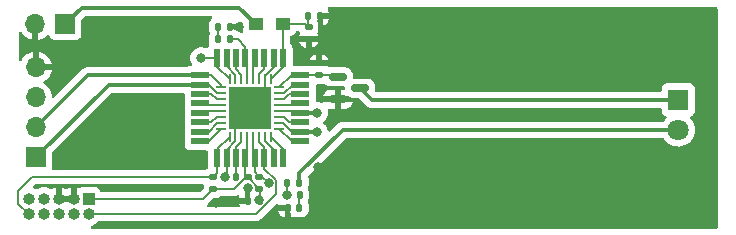
<source format=gbr>
%TF.GenerationSoftware,KiCad,Pcbnew,(6.0.2)*%
%TF.CreationDate,2023-04-03T14:54:34+02:00*%
%TF.ProjectId,IR_lights,49525f6c-6967-4687-9473-2e6b69636164,rev?*%
%TF.SameCoordinates,Original*%
%TF.FileFunction,Copper,L1,Top*%
%TF.FilePolarity,Positive*%
%FSLAX46Y46*%
G04 Gerber Fmt 4.6, Leading zero omitted, Abs format (unit mm)*
G04 Created by KiCad (PCBNEW (6.0.2)) date 2023-04-03 14:54:34*
%MOMM*%
%LPD*%
G01*
G04 APERTURE LIST*
G04 Aperture macros list*
%AMRoundRect*
0 Rectangle with rounded corners*
0 $1 Rounding radius*
0 $2 $3 $4 $5 $6 $7 $8 $9 X,Y pos of 4 corners*
0 Add a 4 corners polygon primitive as box body*
4,1,4,$2,$3,$4,$5,$6,$7,$8,$9,$2,$3,0*
0 Add four circle primitives for the rounded corners*
1,1,$1+$1,$2,$3*
1,1,$1+$1,$4,$5*
1,1,$1+$1,$6,$7*
1,1,$1+$1,$8,$9*
0 Add four rect primitives between the rounded corners*
20,1,$1+$1,$2,$3,$4,$5,0*
20,1,$1+$1,$4,$5,$6,$7,0*
20,1,$1+$1,$6,$7,$8,$9,0*
20,1,$1+$1,$8,$9,$2,$3,0*%
G04 Aperture macros list end*
%TA.AperFunction,SMDPad,CuDef*%
%ADD10RoundRect,0.150000X-0.587500X-0.150000X0.587500X-0.150000X0.587500X0.150000X-0.587500X0.150000X0*%
%TD*%
%TA.AperFunction,ComponentPad*%
%ADD11R,1.700000X1.700000*%
%TD*%
%TA.AperFunction,ComponentPad*%
%ADD12O,1.700000X1.700000*%
%TD*%
%TA.AperFunction,SMDPad,CuDef*%
%ADD13RoundRect,0.135000X0.135000X0.185000X-0.135000X0.185000X-0.135000X-0.185000X0.135000X-0.185000X0*%
%TD*%
%TA.AperFunction,SMDPad,CuDef*%
%ADD14RoundRect,0.147500X0.147500X0.172500X-0.147500X0.172500X-0.147500X-0.172500X0.147500X-0.172500X0*%
%TD*%
%TA.AperFunction,SMDPad,CuDef*%
%ADD15RoundRect,0.135000X0.185000X-0.135000X0.185000X0.135000X-0.185000X0.135000X-0.185000X-0.135000X0*%
%TD*%
%TA.AperFunction,SMDPad,CuDef*%
%ADD16RoundRect,0.140000X-0.170000X0.140000X-0.170000X-0.140000X0.170000X-0.140000X0.170000X0.140000X0*%
%TD*%
%TA.AperFunction,SMDPad,CuDef*%
%ADD17RoundRect,0.147500X-0.147500X-0.172500X0.147500X-0.172500X0.147500X0.172500X-0.147500X0.172500X0*%
%TD*%
%TA.AperFunction,SMDPad,CuDef*%
%ADD18R,1.150000X1.000000*%
%TD*%
%TA.AperFunction,SMDPad,CuDef*%
%ADD19RoundRect,0.062500X0.337500X0.062500X-0.337500X0.062500X-0.337500X-0.062500X0.337500X-0.062500X0*%
%TD*%
%TA.AperFunction,SMDPad,CuDef*%
%ADD20RoundRect,0.062500X0.062500X0.337500X-0.062500X0.337500X-0.062500X-0.337500X0.062500X-0.337500X0*%
%TD*%
%TA.AperFunction,SMDPad,CuDef*%
%ADD21R,3.600000X3.600000*%
%TD*%
%TA.AperFunction,SMDPad,CuDef*%
%ADD22RoundRect,0.135000X-0.135000X-0.185000X0.135000X-0.185000X0.135000X0.185000X-0.135000X0.185000X0*%
%TD*%
%TA.AperFunction,SMDPad,CuDef*%
%ADD23RoundRect,0.140000X0.140000X0.170000X-0.140000X0.170000X-0.140000X-0.170000X0.140000X-0.170000X0*%
%TD*%
%TA.AperFunction,SMDPad,CuDef*%
%ADD24RoundRect,0.140000X-0.140000X-0.170000X0.140000X-0.170000X0.140000X0.170000X-0.140000X0.170000X0*%
%TD*%
%TA.AperFunction,SMDPad,CuDef*%
%ADD25R,1.600000X0.550000*%
%TD*%
%TA.AperFunction,SMDPad,CuDef*%
%ADD26R,0.550000X1.600000*%
%TD*%
%TA.AperFunction,SMDPad,CuDef*%
%ADD27RoundRect,0.140000X0.170000X-0.140000X0.170000X0.140000X-0.170000X0.140000X-0.170000X-0.140000X0*%
%TD*%
%TA.AperFunction,ComponentPad*%
%ADD28R,1.000000X1.000000*%
%TD*%
%TA.AperFunction,ComponentPad*%
%ADD29O,1.000000X1.000000*%
%TD*%
%TA.AperFunction,ComponentPad*%
%ADD30R,1.800000X1.800000*%
%TD*%
%TA.AperFunction,ComponentPad*%
%ADD31C,1.800000*%
%TD*%
%TA.AperFunction,ViaPad*%
%ADD32C,0.800000*%
%TD*%
%TA.AperFunction,Conductor*%
%ADD33C,0.150000*%
%TD*%
%TA.AperFunction,Conductor*%
%ADD34C,0.350000*%
%TD*%
G04 APERTURE END LIST*
D10*
%TO.P,Q1,1,G*%
%TO.N,/IR_TRANSMITTER*%
X157075000Y-99425000D03*
%TO.P,Q1,2,S*%
%TO.N,GND*%
X157075000Y-101325000D03*
%TO.P,Q1,3,D*%
%TO.N,Net-(D4-Pad1)*%
X158950000Y-100375000D03*
%TD*%
D11*
%TO.P,J2,1,Pin_1*%
%TO.N,/SCL*%
X131500000Y-106250000D03*
D12*
%TO.P,J2,2,Pin_2*%
%TO.N,/SDA*%
X131500000Y-103710000D03*
%TO.P,J2,3,Pin_3*%
%TO.N,+3V3*%
X131500000Y-101170000D03*
%TO.P,J2,4,Pin_4*%
%TO.N,GND*%
X131500000Y-98630000D03*
%TD*%
D13*
%TO.P,R3,1*%
%TO.N,/LED1*%
X147960000Y-96200000D03*
%TO.P,R3,2*%
%TO.N,Net-(D1-Pad2)*%
X146940000Y-96200000D03*
%TD*%
D14*
%TO.P,D1,1,K*%
%TO.N,GND*%
X147935000Y-95175000D03*
%TO.P,D1,2,A*%
%TO.N,Net-(D1-Pad2)*%
X146965000Y-95175000D03*
%TD*%
D15*
%TO.P,R2,1*%
%TO.N,+3V3*%
X146525000Y-108910000D03*
%TO.P,R2,2*%
%TO.N,/RESET*%
X146525000Y-107890000D03*
%TD*%
D16*
%TO.P,C8,1*%
%TO.N,GND*%
X155475000Y-98295000D03*
%TO.P,C8,2*%
%TO.N,/IR_TRANSMITTER*%
X155475000Y-99255000D03*
%TD*%
D17*
%TO.P,D3,1,K*%
%TO.N,GND*%
X152832500Y-110500000D03*
%TO.P,D3,2,A*%
%TO.N,Net-(D3-Pad2)*%
X153802500Y-110500000D03*
%TD*%
D18*
%TO.P,L3,1*%
%TO.N,+3V3*%
X150100000Y-94950000D03*
%TO.P,L3,2*%
%TO.N,/VDD_A*%
X152450000Y-94950000D03*
%TD*%
D11*
%TO.P,J3,1,Pin_1*%
%TO.N,+3V3*%
X134000000Y-94950000D03*
D12*
%TO.P,J3,2,Pin_2*%
%TO.N,GND*%
X131460000Y-94950000D03*
%TD*%
D19*
%TO.P,U1,1,PA02*%
%TO.N,/PA02*%
X152100000Y-103825000D03*
%TO.P,U1,2,PA03*%
%TO.N,/ON_OFF*%
X152100000Y-103325000D03*
%TO.P,U1,3,PB04*%
%TO.N,/PB04*%
X152100000Y-102825000D03*
%TO.P,U1,4,PB05*%
%TO.N,/DAY*%
X152100000Y-102325000D03*
%TO.P,U1,5,PA04*%
%TO.N,/PA04*%
X152100000Y-101825000D03*
%TO.P,U1,6,PA05*%
%TO.N,/PA05*%
X152100000Y-101325000D03*
%TO.P,U1,7,PA06*%
%TO.N,/PA06*%
X152100000Y-100825000D03*
%TO.P,U1,8,PA07*%
%TO.N,/IR_TRANSMITTER*%
X152100000Y-100325000D03*
D20*
%TO.P,U1,9,VDDIO/VDDANA*%
%TO.N,/VDD_A*%
X151400000Y-99625000D03*
%TO.P,U1,10,GND*%
%TO.N,GND*%
X150900000Y-99625000D03*
%TO.P,U1,11,PA08*%
%TO.N,/PA08*%
X150400000Y-99625000D03*
%TO.P,U1,12,PA09*%
%TO.N,/PA09*%
X149900000Y-99625000D03*
%TO.P,U1,13,PA10*%
%TO.N,/LED1*%
X149400000Y-99625000D03*
%TO.P,U1,14,PA11*%
%TO.N,/PA11*%
X148900000Y-99625000D03*
%TO.P,U1,15,PA14*%
%TO.N,/PA14*%
X148400000Y-99625000D03*
%TO.P,U1,16,PA15*%
%TO.N,/NIGHT*%
X147900000Y-99625000D03*
D19*
%TO.P,U1,17,PA16*%
%TO.N,/SDA*%
X147200000Y-100325000D03*
%TO.P,U1,18,PA17*%
%TO.N,/SCL*%
X147200000Y-100825000D03*
%TO.P,U1,19,PA18*%
%TO.N,/PA18*%
X147200000Y-101325000D03*
%TO.P,U1,20,PA19*%
%TO.N,/PA19*%
X147200000Y-101825000D03*
%TO.P,U1,21,PA22*%
%TO.N,/PA22*%
X147200000Y-102325000D03*
%TO.P,U1,22,PA23*%
%TO.N,/PA23*%
X147200000Y-102825000D03*
%TO.P,U1,23,PA24*%
%TO.N,/PA24*%
X147200000Y-103325000D03*
%TO.P,U1,24,PA25*%
%TO.N,/PA25*%
X147200000Y-103825000D03*
D20*
%TO.P,U1,25,~{RESET}*%
%TO.N,/RESET*%
X147900000Y-104525000D03*
%TO.P,U1,26,GND*%
%TO.N,GND*%
X148400000Y-104525000D03*
%TO.P,U1,27,VDDCORE*%
%TO.N,/VDD_C*%
X148900000Y-104525000D03*
%TO.P,U1,28,VDDIO*%
%TO.N,+3V3*%
X149400000Y-104525000D03*
%TO.P,U1,29,PA30*%
%TO.N,/SWDCLK*%
X149900000Y-104525000D03*
%TO.P,U1,30,PA31*%
%TO.N,/SWDIO*%
X150400000Y-104525000D03*
%TO.P,U1,31,PB02*%
%TO.N,/PB02*%
X150900000Y-104525000D03*
%TO.P,U1,32,PB03*%
%TO.N,/PB03*%
X151400000Y-104525000D03*
D21*
%TO.P,U1,33,EP*%
%TO.N,GND*%
X149650000Y-102075000D03*
%TD*%
D22*
%TO.P,R8,1*%
%TO.N,+3V3*%
X152807500Y-109425000D03*
%TO.P,R8,2*%
%TO.N,Net-(D3-Pad2)*%
X153827500Y-109425000D03*
%TD*%
D13*
%TO.P,R9,1*%
%TO.N,Net-(D4-Pad2)*%
X153810000Y-108375000D03*
%TO.P,R9,2*%
%TO.N,+3V3*%
X152790000Y-108375000D03*
%TD*%
D23*
%TO.P,C21,1*%
%TO.N,GND*%
X155535000Y-94250000D03*
%TO.P,C21,2*%
%TO.N,/VDD_A*%
X154575000Y-94250000D03*
%TD*%
D15*
%TO.P,R1,1*%
%TO.N,+3V3*%
X150425000Y-108910000D03*
%TO.P,R1,2*%
%TO.N,/SWDCLK*%
X150425000Y-107890000D03*
%TD*%
D24*
%TO.P,C5,1*%
%TO.N,GND*%
X147495000Y-107925000D03*
%TO.P,C5,2*%
%TO.N,/VDD_C*%
X148455000Y-107925000D03*
%TD*%
%TO.P,C4,1*%
%TO.N,GND*%
X149495000Y-109900000D03*
%TO.P,C4,2*%
%TO.N,+3V3*%
X150455000Y-109900000D03*
%TD*%
D25*
%TO.P,U2,1,PA02*%
%TO.N,/PA02*%
X153900000Y-104875000D03*
%TO.P,U2,2,PA03*%
%TO.N,/ON_OFF*%
X153900000Y-104075000D03*
%TO.P,U2,3,PB04*%
%TO.N,/PB04*%
X153900000Y-103275000D03*
%TO.P,U2,4,PB05*%
%TO.N,/DAY*%
X153900000Y-102475000D03*
%TO.P,U2,5,PA04*%
%TO.N,/PA04*%
X153900000Y-101675000D03*
%TO.P,U2,6,PA05*%
%TO.N,/PA05*%
X153900000Y-100875000D03*
%TO.P,U2,7,PA06*%
%TO.N,/PA06*%
X153900000Y-100075000D03*
%TO.P,U2,8,PA07*%
%TO.N,/IR_TRANSMITTER*%
X153900000Y-99275000D03*
D26*
%TO.P,U2,9,VDDIO/VDDANA*%
%TO.N,/VDD_A*%
X152450000Y-97825000D03*
%TO.P,U2,10,GND*%
%TO.N,GND*%
X151650000Y-97825000D03*
%TO.P,U2,11,PA08*%
%TO.N,/PA08*%
X150850000Y-97825000D03*
%TO.P,U2,12,PA09*%
%TO.N,/PA09*%
X150050000Y-97825000D03*
%TO.P,U2,13,PA10*%
%TO.N,/LED1*%
X149250000Y-97825000D03*
%TO.P,U2,14,PA11*%
%TO.N,/PA11*%
X148450000Y-97825000D03*
%TO.P,U2,15,PA14*%
%TO.N,/PA14*%
X147650000Y-97825000D03*
%TO.P,U2,16,PA15*%
%TO.N,/NIGHT*%
X146850000Y-97825000D03*
D25*
%TO.P,U2,17,PA16*%
%TO.N,/SDA*%
X145400000Y-99275000D03*
%TO.P,U2,18,PA17*%
%TO.N,/SCL*%
X145400000Y-100075000D03*
%TO.P,U2,19,PA18*%
%TO.N,/PA18*%
X145400000Y-100875000D03*
%TO.P,U2,20,PA19*%
%TO.N,/PA19*%
X145400000Y-101675000D03*
%TO.P,U2,21,PA22*%
%TO.N,/PA22*%
X145400000Y-102475000D03*
%TO.P,U2,22,PA23*%
%TO.N,/PA23*%
X145400000Y-103275000D03*
%TO.P,U2,23,PA24*%
%TO.N,/PA24*%
X145400000Y-104075000D03*
%TO.P,U2,24,PA25*%
%TO.N,/PA25*%
X145400000Y-104875000D03*
D26*
%TO.P,U2,25,~{RESET}*%
%TO.N,/RESET*%
X146850000Y-106325000D03*
%TO.P,U2,26,GND*%
%TO.N,GND*%
X147650000Y-106325000D03*
%TO.P,U2,27,VDDCORE*%
%TO.N,/VDD_C*%
X148450000Y-106325000D03*
%TO.P,U2,28,VDDIO*%
%TO.N,+3V3*%
X149250000Y-106325000D03*
%TO.P,U2,29,PA30*%
%TO.N,/SWDCLK*%
X150050000Y-106325000D03*
%TO.P,U2,30,PA31*%
%TO.N,/SWDIO*%
X150850000Y-106325000D03*
%TO.P,U2,31,PB02*%
%TO.N,/PB02*%
X151650000Y-106325000D03*
%TO.P,U2,32,PB03*%
%TO.N,/PB03*%
X152450000Y-106325000D03*
%TD*%
D27*
%TO.P,C2,1*%
%TO.N,GND*%
X154600000Y-96180000D03*
%TO.P,C2,2*%
%TO.N,/VDD_A*%
X154600000Y-95220000D03*
%TD*%
D28*
%TO.P,J1,1,Pin_1*%
%TO.N,+3V3*%
X135975000Y-109775000D03*
D29*
%TO.P,J1,2,Pin_2*%
%TO.N,/SWDIO*%
X135975000Y-111045000D03*
%TO.P,J1,3,Pin_3*%
%TO.N,GND*%
X134705000Y-109775000D03*
%TO.P,J1,4,Pin_4*%
%TO.N,/SWDCLK*%
X134705000Y-111045000D03*
%TO.P,J1,5,Pin_5*%
%TO.N,GND*%
X133435000Y-109775000D03*
%TO.P,J1,6,Pin_6*%
%TO.N,unconnected-(J1-Pad6)*%
X133435000Y-111045000D03*
%TO.P,J1,7,Pin_7*%
%TO.N,unconnected-(J1-Pad7)*%
X132165000Y-109775000D03*
%TO.P,J1,8,Pin_8*%
%TO.N,unconnected-(J1-Pad8)*%
X132165000Y-111045000D03*
%TO.P,J1,9,Pin_9*%
%TO.N,GND*%
X130895000Y-109775000D03*
%TO.P,J1,10,Pin_10*%
%TO.N,/RESET*%
X130895000Y-111045000D03*
%TD*%
D27*
%TO.P,C3,1*%
%TO.N,GND*%
X149425000Y-108855000D03*
%TO.P,C3,2*%
%TO.N,+3V3*%
X149425000Y-107895000D03*
%TD*%
D30*
%TO.P,D4,1,K*%
%TO.N,Net-(D4-Pad1)*%
X185900000Y-101375000D03*
D31*
%TO.P,D4,2,A*%
%TO.N,Net-(D4-Pad2)*%
X185900000Y-103915000D03*
%TD*%
D32*
%TO.N,GND*%
X161700000Y-102675000D03*
X178550000Y-98875000D03*
X164350000Y-98525000D03*
X163575000Y-106775000D03*
X139825000Y-104600000D03*
X168075000Y-95150000D03*
X175600000Y-106450000D03*
X146750000Y-110125000D03*
X149425000Y-108855000D03*
X147495000Y-107925000D03*
X186050000Y-109425000D03*
X136375000Y-96750000D03*
X186125000Y-97250000D03*
X155400000Y-107025000D03*
X168175000Y-110375000D03*
X155975000Y-95975000D03*
X139200000Y-95925000D03*
X155950000Y-111575000D03*
X148675000Y-95200000D03*
X134275000Y-106375000D03*
X142000000Y-97675000D03*
%TO.N,/NIGHT*%
X145475000Y-97825000D03*
%TO.N,+3V3*%
X150426166Y-109871166D03*
X152800000Y-109425000D03*
%TO.N,/ON_OFF*%
X155300000Y-104075000D03*
%TO.N,/DAY*%
X155325000Y-102475000D03*
%TO.N,/SWDCLK*%
X151199865Y-108427724D03*
%TD*%
D33*
%TO.N,/IR_TRANSMITTER*%
X156905000Y-99255000D02*
X157075000Y-99425000D01*
X155475000Y-99255000D02*
X156905000Y-99255000D01*
D34*
%TO.N,Net-(D4-Pad1)*%
X159950000Y-101375000D02*
X158950000Y-100375000D01*
X185900000Y-101375000D02*
X159950000Y-101375000D01*
D33*
%TO.N,+3V3*%
X152790000Y-109407500D02*
X152807500Y-109425000D01*
X152790000Y-108375000D02*
X152790000Y-109407500D01*
D34*
%TO.N,Net-(D4-Pad2)*%
X157485386Y-103915000D02*
X153810000Y-107590386D01*
X185900000Y-103915000D02*
X157485386Y-103915000D01*
X153810000Y-107590386D02*
X153810000Y-108375000D01*
%TO.N,/SCL*%
X137675000Y-100075000D02*
X145400000Y-100075000D01*
X131500000Y-106250000D02*
X137675000Y-100075000D01*
%TO.N,/SDA*%
X135935000Y-99275000D02*
X145400000Y-99275000D01*
X131500000Y-103710000D02*
X135935000Y-99275000D01*
D33*
%TO.N,GND*%
X147650000Y-107770000D02*
X147495000Y-107925000D01*
X150900000Y-100825000D02*
X149650000Y-102075000D01*
X148400000Y-103325000D02*
X149650000Y-102075000D01*
X147650000Y-105580907D02*
X148400000Y-104830907D01*
X149495000Y-109900000D02*
X149495000Y-108925000D01*
X151650000Y-98569093D02*
X150900000Y-99319093D01*
X150900000Y-99319093D02*
X150900000Y-99625000D01*
X147650000Y-106325000D02*
X147650000Y-105580907D01*
X148400000Y-104525000D02*
X148400000Y-103325000D01*
X149495000Y-108925000D02*
X149425000Y-108855000D01*
X148400000Y-104830907D02*
X148400000Y-104525000D01*
X150900000Y-99625000D02*
X150900000Y-100825000D01*
X151650000Y-97825000D02*
X151650000Y-98569093D01*
X147650000Y-106325000D02*
X147650000Y-107770000D01*
%TO.N,/NIGHT*%
X146850000Y-98575000D02*
X147900000Y-99625000D01*
X146850000Y-97825000D02*
X145475000Y-97825000D01*
X146850000Y-97825000D02*
X146850000Y-98575000D01*
%TO.N,/VDD_A*%
X154330000Y-94950000D02*
X152450000Y-94950000D01*
X152450000Y-97825000D02*
X152450000Y-94950000D01*
X154575000Y-95195000D02*
X154600000Y-95220000D01*
X154575000Y-94250000D02*
X154575000Y-95195000D01*
X152450000Y-98575000D02*
X151400000Y-99625000D01*
X154600000Y-95220000D02*
X154330000Y-94950000D01*
X152450000Y-97825000D02*
X152450000Y-98575000D01*
D34*
%TO.N,+3V3*%
X135375000Y-93575000D02*
X134000000Y-94950000D01*
D33*
X149425000Y-107895000D02*
X149250000Y-107720000D01*
X149400000Y-104525000D02*
X149400000Y-106175000D01*
X149310509Y-107895000D02*
X148295509Y-108910000D01*
X150455000Y-109900000D02*
X150455000Y-108940000D01*
X152807500Y-109425000D02*
X152800000Y-109425000D01*
X145660000Y-109775000D02*
X135975000Y-109775000D01*
D34*
X148725000Y-93575000D02*
X135375000Y-93575000D01*
D33*
X149425000Y-107895000D02*
X149310509Y-107895000D01*
X149400000Y-106175000D02*
X149250000Y-106325000D01*
X150425000Y-108910000D02*
X150425000Y-108895000D01*
D34*
X150100000Y-94950000D02*
X148725000Y-93575000D01*
D33*
X150455000Y-108940000D02*
X150425000Y-108910000D01*
X150425000Y-108895000D02*
X149425000Y-107895000D01*
X149250000Y-107720000D02*
X149250000Y-106325000D01*
X148295509Y-108910000D02*
X146525000Y-108910000D01*
X146525000Y-108910000D02*
X145660000Y-109775000D01*
%TO.N,/VDD_C*%
X148450000Y-105375000D02*
X148900000Y-104925000D01*
X148450000Y-106325000D02*
X148450000Y-107920000D01*
X148450000Y-107920000D02*
X148455000Y-107925000D01*
X148450000Y-106325000D02*
X148450000Y-105375000D01*
X148900000Y-104925000D02*
X148900000Y-104525000D01*
D34*
%TO.N,/ON_OFF*%
X155300000Y-104075000D02*
X153900000Y-104075000D01*
D33*
X152405907Y-103325000D02*
X152100000Y-103325000D01*
X153900000Y-104075000D02*
X153155907Y-104075000D01*
X153155907Y-104075000D02*
X152405907Y-103325000D01*
%TO.N,/DAY*%
X153750000Y-102325000D02*
X153900000Y-102475000D01*
X152100000Y-102325000D02*
X153750000Y-102325000D01*
D34*
X155325000Y-102475000D02*
X153900000Y-102475000D01*
D33*
%TO.N,/IR_TRANSMITTER*%
X155475000Y-99255000D02*
X155455000Y-99275000D01*
X155455000Y-99275000D02*
X153900000Y-99275000D01*
X153150000Y-99275000D02*
X152100000Y-100325000D01*
X153900000Y-99275000D02*
X153150000Y-99275000D01*
%TO.N,Net-(D1-Pad2)*%
X146940000Y-95200000D02*
X146965000Y-95175000D01*
X146940000Y-96200000D02*
X146940000Y-95200000D01*
%TO.N,Net-(D3-Pad2)*%
X153802500Y-109450000D02*
X153827500Y-109425000D01*
X153802500Y-110500000D02*
X153802500Y-109450000D01*
%TO.N,/SWDIO*%
X150850000Y-106325000D02*
X150850000Y-107194666D01*
X151824376Y-109356133D02*
X150135509Y-111045000D01*
X150135509Y-111045000D02*
X135975000Y-111045000D01*
X150850000Y-105375000D02*
X150850000Y-106325000D01*
X150400000Y-104525000D02*
X150400000Y-104925000D01*
X150850000Y-107194666D02*
X151824376Y-108169042D01*
X151824376Y-108169042D02*
X151824376Y-109356133D01*
X150400000Y-104925000D02*
X150850000Y-105375000D01*
%TO.N,/SWDCLK*%
X149900000Y-106175000D02*
X150050000Y-106325000D01*
X150425000Y-107890000D02*
X150662141Y-107890000D01*
X150050000Y-106325000D02*
X150050000Y-107515000D01*
X150662141Y-107890000D02*
X151199865Y-108427724D01*
X150050000Y-107515000D02*
X150425000Y-107890000D01*
X149900000Y-104525000D02*
X149900000Y-106175000D01*
%TO.N,/RESET*%
X131210000Y-107890000D02*
X130025000Y-109075000D01*
X146850000Y-106325000D02*
X146850000Y-105575000D01*
X146850000Y-107565000D02*
X146525000Y-107890000D01*
X146850000Y-106325000D02*
X146850000Y-107565000D01*
X130025000Y-109075000D02*
X130025000Y-110175000D01*
X130025000Y-110175000D02*
X130895000Y-111045000D01*
X146525000Y-107890000D02*
X131210000Y-107890000D01*
X146850000Y-105575000D02*
X147900000Y-104525000D01*
%TO.N,/LED1*%
X149250000Y-96875000D02*
X149250000Y-97825000D01*
X147960000Y-96200000D02*
X148575000Y-96200000D01*
X148575000Y-96200000D02*
X149250000Y-96875000D01*
X149250000Y-97825000D02*
X149400000Y-97975000D01*
X149400000Y-97975000D02*
X149400000Y-99625000D01*
%TO.N,/PB04*%
X152500000Y-102825000D02*
X152950000Y-103275000D01*
X152100000Y-102825000D02*
X152500000Y-102825000D01*
X152950000Y-103275000D02*
X153900000Y-103275000D01*
%TO.N,/PA04*%
X153750000Y-101825000D02*
X153900000Y-101675000D01*
X152100000Y-101825000D02*
X153750000Y-101825000D01*
%TO.N,/PA05*%
X152950000Y-100875000D02*
X153900000Y-100875000D01*
X152100000Y-101325000D02*
X152500000Y-101325000D01*
X152500000Y-101325000D02*
X152950000Y-100875000D01*
%TO.N,/PA09*%
X149900000Y-97975000D02*
X149900000Y-99625000D01*
X150050000Y-97825000D02*
X149900000Y-97975000D01*
%TO.N,/PA14*%
X148400000Y-99299022D02*
X148400000Y-99625000D01*
X147650000Y-97825000D02*
X147650000Y-98549022D01*
X147650000Y-98549022D02*
X148400000Y-99299022D01*
%TO.N,/PA18*%
X146350000Y-100875000D02*
X146800000Y-101325000D01*
X145400000Y-100875000D02*
X146350000Y-100875000D01*
X146800000Y-101325000D02*
X147200000Y-101325000D01*
%TO.N,/PA19*%
X147200000Y-101825000D02*
X145550000Y-101825000D01*
X145550000Y-101825000D02*
X145400000Y-101675000D01*
%TO.N,/PA22*%
X147200000Y-102325000D02*
X145550000Y-102325000D01*
X145550000Y-102325000D02*
X145400000Y-102475000D01*
%TO.N,/PA23*%
X146350000Y-103275000D02*
X145400000Y-103275000D01*
X147200000Y-102825000D02*
X146800000Y-102825000D01*
X146800000Y-102825000D02*
X146350000Y-103275000D01*
%TO.N,/PA24*%
X147200000Y-103325000D02*
X146874022Y-103325000D01*
X146124022Y-104075000D02*
X145400000Y-104075000D01*
X146874022Y-103325000D02*
X146124022Y-104075000D01*
%TO.N,/PA25*%
X145400000Y-104875000D02*
X146150000Y-104875000D01*
X146150000Y-104875000D02*
X147200000Y-103825000D01*
%TO.N,/PB02*%
X150900000Y-104850978D02*
X151650000Y-105600978D01*
X151650000Y-105600978D02*
X151650000Y-106325000D01*
X150900000Y-104525000D02*
X150900000Y-104850978D01*
%TO.N,/SDA*%
X145400000Y-99275000D02*
X146350000Y-99275000D01*
X146350000Y-99275000D02*
X147200000Y-100125000D01*
X147200000Y-100125000D02*
X147200000Y-100325000D01*
%TO.N,/SCL*%
X147200000Y-100825000D02*
X146874022Y-100825000D01*
X146124022Y-100075000D02*
X145400000Y-100075000D01*
X146874022Y-100825000D02*
X146124022Y-100075000D01*
%TO.N,/PA11*%
X148450000Y-98800000D02*
X148900000Y-99250000D01*
X148900000Y-99250000D02*
X148900000Y-99625000D01*
X148450000Y-97825000D02*
X148450000Y-98800000D01*
%TO.N,/PA06*%
X153300489Y-100075000D02*
X153900000Y-100075000D01*
X152550489Y-100825000D02*
X153300489Y-100075000D01*
X152100000Y-100825000D02*
X152550489Y-100825000D01*
%TO.N,/PB03*%
X152450000Y-105575000D02*
X151400000Y-104525000D01*
X152450000Y-106325000D02*
X152450000Y-105575000D01*
%TO.N,/PA02*%
X153900000Y-104875000D02*
X153150000Y-104875000D01*
X153150000Y-104875000D02*
X152100000Y-103825000D01*
%TO.N,/PA08*%
X150400000Y-99225000D02*
X150400000Y-99625000D01*
X150850000Y-97825000D02*
X150850000Y-98775000D01*
X150850000Y-98775000D02*
X150400000Y-99225000D01*
%TD*%
%TA.AperFunction,Conductor*%
%TO.N,GND*%
G36*
X189159121Y-93553002D02*
G01*
X189205614Y-93606658D01*
X189217000Y-93659000D01*
X189217000Y-112141000D01*
X189196998Y-112209121D01*
X189143342Y-112255614D01*
X189091000Y-112267000D01*
X136268458Y-112267000D01*
X136200337Y-112246998D01*
X136153844Y-112193342D01*
X136143740Y-112123068D01*
X136173234Y-112058488D01*
X136234574Y-112019642D01*
X136246437Y-112016330D01*
X136341463Y-111989798D01*
X136346967Y-111987018D01*
X136346969Y-111987017D01*
X136512495Y-111903404D01*
X136512497Y-111903403D01*
X136517996Y-111900625D01*
X136673847Y-111778861D01*
X136765941Y-111672169D01*
X136825594Y-111633672D01*
X136861322Y-111628500D01*
X150089006Y-111628500D01*
X150105453Y-111629578D01*
X150135509Y-111633535D01*
X150143697Y-111632457D01*
X150173753Y-111628500D01*
X150287833Y-111613481D01*
X150429776Y-111554686D01*
X150551666Y-111461157D01*
X150570128Y-111437097D01*
X150580995Y-111424707D01*
X151235863Y-110769840D01*
X152031992Y-110769840D01*
X152034221Y-110782043D01*
X152076418Y-110927287D01*
X152082666Y-110941724D01*
X152158899Y-111070627D01*
X152168548Y-111083065D01*
X152274435Y-111188952D01*
X152286873Y-111198601D01*
X152415776Y-111274834D01*
X152430213Y-111281082D01*
X152561105Y-111319109D01*
X152575205Y-111319069D01*
X152578500Y-111311799D01*
X152578500Y-110772115D01*
X152574025Y-110756876D01*
X152572635Y-110755671D01*
X152564952Y-110754000D01*
X152048819Y-110754000D01*
X152034024Y-110758344D01*
X152031992Y-110769840D01*
X151235863Y-110769840D01*
X151823408Y-110182295D01*
X151885720Y-110148269D01*
X151956536Y-110153334D01*
X152013371Y-110195881D01*
X152034494Y-110242574D01*
X152034824Y-110242909D01*
X152046758Y-110246000D01*
X152383582Y-110246000D01*
X152434830Y-110256893D01*
X152511676Y-110291107D01*
X152511679Y-110291108D01*
X152517712Y-110293794D01*
X152548541Y-110300347D01*
X152698056Y-110332128D01*
X152698061Y-110332128D01*
X152704513Y-110333500D01*
X152873000Y-110333500D01*
X152941121Y-110353502D01*
X152987614Y-110407158D01*
X152999000Y-110459500D01*
X152999001Y-110738746D01*
X153001927Y-110775937D01*
X153048168Y-110935100D01*
X153052203Y-110941923D01*
X153052206Y-110941929D01*
X153068953Y-110970247D01*
X153086500Y-111034386D01*
X153086500Y-111306048D01*
X153090473Y-111319579D01*
X153098371Y-111320714D01*
X153234787Y-111281082D01*
X153249224Y-111274834D01*
X153252872Y-111272677D01*
X153256103Y-111271857D01*
X153256499Y-111271686D01*
X153256527Y-111271750D01*
X153321689Y-111255219D01*
X153381145Y-111272677D01*
X153385571Y-111275294D01*
X153385575Y-111275296D01*
X153392400Y-111279332D01*
X153400011Y-111281543D01*
X153400013Y-111281544D01*
X153450696Y-111296268D01*
X153551563Y-111325573D01*
X153557968Y-111326077D01*
X153557973Y-111326078D01*
X153586297Y-111328307D01*
X153586305Y-111328307D01*
X153588753Y-111328500D01*
X153802370Y-111328500D01*
X154016246Y-111328499D01*
X154053437Y-111325573D01*
X154151517Y-111297078D01*
X154204987Y-111281544D01*
X154204989Y-111281543D01*
X154212600Y-111279332D01*
X154355263Y-111194962D01*
X154472462Y-111077763D01*
X154556832Y-110935100D01*
X154603073Y-110775937D01*
X154603577Y-110769532D01*
X154603578Y-110769527D01*
X154605807Y-110741203D01*
X154605807Y-110741195D01*
X154606000Y-110738747D01*
X154605999Y-110261254D01*
X154603073Y-110224063D01*
X154556832Y-110064900D01*
X154552795Y-110058073D01*
X154536890Y-110031178D01*
X154519431Y-109962361D01*
X154536890Y-109902902D01*
X154553732Y-109874423D01*
X154553733Y-109874420D01*
X154557769Y-109867596D01*
X154603129Y-109711466D01*
X154606000Y-109674989D01*
X154605999Y-109175012D01*
X154603129Y-109138534D01*
X154557769Y-108982404D01*
X154538217Y-108949343D01*
X154520758Y-108880526D01*
X154534869Y-108832465D01*
X154533086Y-108831693D01*
X154536233Y-108824420D01*
X154540269Y-108817596D01*
X154544352Y-108803544D01*
X154572239Y-108707556D01*
X154585629Y-108661466D01*
X154587740Y-108634653D01*
X154588307Y-108627444D01*
X154588307Y-108627438D01*
X154588500Y-108624989D01*
X154588499Y-108125012D01*
X154585629Y-108088534D01*
X154540269Y-107932404D01*
X154540892Y-107932223D01*
X154532907Y-107867530D01*
X154568146Y-107798855D01*
X157731596Y-104635405D01*
X157793908Y-104601379D01*
X157820691Y-104598500D01*
X184596270Y-104598500D01*
X184664391Y-104618502D01*
X184703703Y-104658665D01*
X184756804Y-104745318D01*
X184759501Y-104749719D01*
X184911147Y-104924784D01*
X185089349Y-105072730D01*
X185289322Y-105189584D01*
X185505694Y-105272209D01*
X185510760Y-105273240D01*
X185510761Y-105273240D01*
X185563846Y-105284040D01*
X185732656Y-105318385D01*
X185863324Y-105323176D01*
X185958949Y-105326683D01*
X185958953Y-105326683D01*
X185964113Y-105326872D01*
X185969233Y-105326216D01*
X185969235Y-105326216D01*
X186042270Y-105316860D01*
X186193847Y-105297442D01*
X186198795Y-105295957D01*
X186198802Y-105295956D01*
X186410747Y-105232369D01*
X186415690Y-105230886D01*
X186420324Y-105228616D01*
X186619049Y-105131262D01*
X186619052Y-105131260D01*
X186623684Y-105128991D01*
X186812243Y-104994494D01*
X186976303Y-104831005D01*
X187111458Y-104642917D01*
X187131988Y-104601379D01*
X187211784Y-104439922D01*
X187211785Y-104439920D01*
X187214078Y-104435280D01*
X187281408Y-104213671D01*
X187311640Y-103984041D01*
X187313327Y-103915000D01*
X187299425Y-103745906D01*
X187294773Y-103689318D01*
X187294772Y-103689312D01*
X187294349Y-103684167D01*
X187244915Y-103487361D01*
X187239184Y-103464544D01*
X187239183Y-103464540D01*
X187237925Y-103459533D01*
X187235767Y-103454570D01*
X187147630Y-103251868D01*
X187147628Y-103251865D01*
X187145570Y-103247131D01*
X187019764Y-103052665D01*
X187016282Y-103048838D01*
X186929848Y-102953848D01*
X186898796Y-102890002D01*
X186907192Y-102819504D01*
X186952369Y-102764736D01*
X186978812Y-102751067D01*
X187038297Y-102728767D01*
X187046705Y-102725615D01*
X187163261Y-102638261D01*
X187250615Y-102521705D01*
X187301745Y-102385316D01*
X187308500Y-102323134D01*
X187308500Y-100426866D01*
X187301745Y-100364684D01*
X187250615Y-100228295D01*
X187163261Y-100111739D01*
X187046705Y-100024385D01*
X186910316Y-99973255D01*
X186848134Y-99966500D01*
X184951866Y-99966500D01*
X184889684Y-99973255D01*
X184753295Y-100024385D01*
X184636739Y-100111739D01*
X184549385Y-100228295D01*
X184498255Y-100364684D01*
X184491500Y-100426866D01*
X184491500Y-100565500D01*
X184471498Y-100633621D01*
X184417842Y-100680114D01*
X184365500Y-100691500D01*
X160322000Y-100691500D01*
X160253879Y-100671498D01*
X160207386Y-100617842D01*
X160196000Y-100565500D01*
X160196000Y-100158498D01*
X160195807Y-100156042D01*
X160193567Y-100127579D01*
X160193566Y-100127574D01*
X160193062Y-100121169D01*
X160151002Y-99976396D01*
X160148857Y-99969012D01*
X160148856Y-99969010D01*
X160146645Y-99961399D01*
X160105398Y-99891654D01*
X160065991Y-99825020D01*
X160065989Y-99825017D01*
X160061953Y-99818193D01*
X159944307Y-99700547D01*
X159937483Y-99696511D01*
X159937480Y-99696509D01*
X159807927Y-99619892D01*
X159807928Y-99619892D01*
X159801101Y-99615855D01*
X159793490Y-99613644D01*
X159793488Y-99613643D01*
X159741269Y-99598472D01*
X159641331Y-99569438D01*
X159634926Y-99568934D01*
X159634921Y-99568933D01*
X159606458Y-99566693D01*
X159606450Y-99566693D01*
X159604002Y-99566500D01*
X158447000Y-99566500D01*
X158378879Y-99546498D01*
X158332386Y-99492842D01*
X158321000Y-99440500D01*
X158321000Y-99208498D01*
X158318062Y-99171169D01*
X158271645Y-99011399D01*
X158219313Y-98922910D01*
X158190991Y-98875020D01*
X158190989Y-98875017D01*
X158186953Y-98868193D01*
X158069307Y-98750547D01*
X158062483Y-98746511D01*
X158062480Y-98746509D01*
X157932927Y-98669892D01*
X157932928Y-98669892D01*
X157926101Y-98665855D01*
X157918490Y-98663644D01*
X157918488Y-98663643D01*
X157866269Y-98648472D01*
X157766331Y-98619438D01*
X157759926Y-98618934D01*
X157759921Y-98618933D01*
X157731458Y-98616693D01*
X157731450Y-98616693D01*
X157729002Y-98616500D01*
X156420998Y-98616500D01*
X156418540Y-98616693D01*
X156418526Y-98616694D01*
X156403830Y-98617851D01*
X156334349Y-98603258D01*
X156288136Y-98560662D01*
X156283200Y-98553030D01*
X156274309Y-98549000D01*
X155996379Y-98549000D01*
X155932240Y-98531454D01*
X155911420Y-98519141D01*
X155911419Y-98519141D01*
X155904597Y-98515106D01*
X155896986Y-98512895D01*
X155896984Y-98512894D01*
X155823344Y-98491500D01*
X155747254Y-98469394D01*
X155740849Y-98468890D01*
X155740844Y-98468889D01*
X155712940Y-98466693D01*
X155712932Y-98466693D01*
X155710484Y-98466500D01*
X155239516Y-98466500D01*
X155237068Y-98466693D01*
X155237060Y-98466693D01*
X155209156Y-98468889D01*
X155209151Y-98468890D01*
X155202746Y-98469394D01*
X155126656Y-98491500D01*
X155053016Y-98512894D01*
X155053014Y-98512895D01*
X155045403Y-98515106D01*
X155038580Y-98519141D01*
X155038578Y-98519142D01*
X155023541Y-98528035D01*
X154954725Y-98545495D01*
X154915174Y-98537565D01*
X154810316Y-98498255D01*
X154748134Y-98491500D01*
X153359500Y-98491500D01*
X153291379Y-98471498D01*
X153244886Y-98417842D01*
X153233500Y-98365500D01*
X153233500Y-98023605D01*
X154668381Y-98023605D01*
X154668421Y-98037705D01*
X154675691Y-98041000D01*
X155202885Y-98041000D01*
X155218124Y-98036525D01*
X155219329Y-98035135D01*
X155221000Y-98027452D01*
X155221000Y-98022885D01*
X155729000Y-98022885D01*
X155733475Y-98038124D01*
X155734865Y-98039329D01*
X155742548Y-98041000D01*
X156268558Y-98041000D01*
X156282089Y-98037027D01*
X156283224Y-98029129D01*
X156246643Y-97903216D01*
X156240396Y-97888780D01*
X156165124Y-97761501D01*
X156155484Y-97749074D01*
X156050926Y-97644516D01*
X156038499Y-97634876D01*
X155911220Y-97559604D01*
X155896784Y-97553357D01*
X155753359Y-97511688D01*
X155745391Y-97510232D01*
X155731969Y-97513052D01*
X155729000Y-97524513D01*
X155729000Y-98022885D01*
X155221000Y-98022885D01*
X155221000Y-97526576D01*
X155216656Y-97511781D01*
X155206225Y-97509937D01*
X155196641Y-97511688D01*
X155053216Y-97553357D01*
X155038780Y-97559604D01*
X154911501Y-97634876D01*
X154899074Y-97644516D01*
X154794516Y-97749074D01*
X154784876Y-97761501D01*
X154709604Y-97888780D01*
X154703357Y-97903216D01*
X154668381Y-98023605D01*
X153233500Y-98023605D01*
X153233500Y-96976866D01*
X153226745Y-96914684D01*
X153175615Y-96778295D01*
X153088261Y-96661739D01*
X153081080Y-96656357D01*
X153074731Y-96650008D01*
X153076366Y-96648373D01*
X153041421Y-96601641D01*
X153033500Y-96557671D01*
X153033500Y-96445871D01*
X153791776Y-96445871D01*
X153828357Y-96571784D01*
X153834604Y-96586220D01*
X153909876Y-96713499D01*
X153919516Y-96725926D01*
X154024074Y-96830484D01*
X154036501Y-96840124D01*
X154163780Y-96915396D01*
X154178216Y-96921643D01*
X154321641Y-96963312D01*
X154329609Y-96964768D01*
X154343031Y-96961948D01*
X154346000Y-96950487D01*
X154346000Y-96948424D01*
X154854000Y-96948424D01*
X154858344Y-96963219D01*
X154868775Y-96965063D01*
X154878359Y-96963312D01*
X155021784Y-96921643D01*
X155036220Y-96915396D01*
X155163499Y-96840124D01*
X155175926Y-96830484D01*
X155280484Y-96725926D01*
X155290124Y-96713499D01*
X155365396Y-96586220D01*
X155371643Y-96571784D01*
X155406619Y-96451395D01*
X155406579Y-96437295D01*
X155399309Y-96434000D01*
X154872115Y-96434000D01*
X154856876Y-96438475D01*
X154855671Y-96439865D01*
X154854000Y-96447548D01*
X154854000Y-96948424D01*
X154346000Y-96948424D01*
X154346000Y-96452115D01*
X154341525Y-96436876D01*
X154340135Y-96435671D01*
X154332452Y-96434000D01*
X153806442Y-96434000D01*
X153792911Y-96437973D01*
X153791776Y-96445871D01*
X153033500Y-96445871D01*
X153033500Y-96074493D01*
X153053502Y-96006372D01*
X153107158Y-95959879D01*
X153128763Y-95952457D01*
X153135316Y-95951745D01*
X153142711Y-95948973D01*
X153142714Y-95948972D01*
X153263297Y-95903767D01*
X153271705Y-95900615D01*
X153388261Y-95813261D01*
X153475615Y-95696705D01*
X153501963Y-95626423D01*
X153506144Y-95615270D01*
X153548786Y-95558506D01*
X153615348Y-95533806D01*
X153624126Y-95533500D01*
X153711165Y-95533500D01*
X153779286Y-95553502D01*
X153826803Y-95609461D01*
X153827893Y-95611980D01*
X153830106Y-95619597D01*
X153834143Y-95626423D01*
X153834144Y-95626425D01*
X153840015Y-95636353D01*
X153857474Y-95705170D01*
X153840016Y-95764628D01*
X153834605Y-95773778D01*
X153828357Y-95788216D01*
X153793381Y-95908605D01*
X153793421Y-95922705D01*
X153800691Y-95926000D01*
X154078621Y-95926000D01*
X154142760Y-95943546D01*
X154157867Y-95952480D01*
X154170403Y-95959894D01*
X154178014Y-95962105D01*
X154178016Y-95962106D01*
X154228995Y-95976916D01*
X154327746Y-96005606D01*
X154334151Y-96006110D01*
X154334156Y-96006111D01*
X154362060Y-96008307D01*
X154362068Y-96008307D01*
X154364516Y-96008500D01*
X154835484Y-96008500D01*
X154837932Y-96008307D01*
X154837940Y-96008307D01*
X154865844Y-96006111D01*
X154865849Y-96006110D01*
X154872254Y-96005606D01*
X154971005Y-95976916D01*
X155021984Y-95962106D01*
X155021986Y-95962105D01*
X155029597Y-95959894D01*
X155042134Y-95952480D01*
X155057240Y-95943546D01*
X155121379Y-95926000D01*
X155393558Y-95926000D01*
X155407089Y-95922027D01*
X155408224Y-95914129D01*
X155371643Y-95788216D01*
X155365395Y-95773778D01*
X155359984Y-95764628D01*
X155342526Y-95695812D01*
X155359985Y-95636353D01*
X155365857Y-95626423D01*
X155369894Y-95619597D01*
X155415606Y-95462254D01*
X155418224Y-95429000D01*
X155418307Y-95427940D01*
X155418307Y-95427932D01*
X155418500Y-95425484D01*
X155418500Y-95043558D01*
X155789000Y-95043558D01*
X155792973Y-95057089D01*
X155800871Y-95058224D01*
X155926784Y-95021643D01*
X155941220Y-95015396D01*
X156068499Y-94940124D01*
X156080926Y-94930484D01*
X156185484Y-94825926D01*
X156195124Y-94813499D01*
X156270396Y-94686220D01*
X156276643Y-94671784D01*
X156318312Y-94528359D01*
X156319768Y-94520391D01*
X156316948Y-94506969D01*
X156305487Y-94504000D01*
X155807115Y-94504000D01*
X155791876Y-94508475D01*
X155790671Y-94509865D01*
X155789000Y-94517548D01*
X155789000Y-95043558D01*
X155418500Y-95043558D01*
X155418500Y-95014516D01*
X155415606Y-94977746D01*
X155369894Y-94820403D01*
X155363544Y-94809666D01*
X155333336Y-94758586D01*
X155315877Y-94689769D01*
X155320793Y-94659295D01*
X155358811Y-94528434D01*
X155358812Y-94528430D01*
X155360606Y-94522254D01*
X155361582Y-94509865D01*
X155363307Y-94487940D01*
X155363307Y-94487932D01*
X155363500Y-94485484D01*
X155363500Y-94122000D01*
X155383502Y-94053879D01*
X155437158Y-94007386D01*
X155489500Y-93996000D01*
X156303424Y-93996000D01*
X156318219Y-93991656D01*
X156320063Y-93981225D01*
X156318312Y-93971641D01*
X156276643Y-93828216D01*
X156270396Y-93813780D01*
X156216791Y-93723139D01*
X156199332Y-93654323D01*
X156221849Y-93586992D01*
X156277193Y-93542522D01*
X156325245Y-93533000D01*
X189091000Y-93533000D01*
X189159121Y-93553002D01*
G37*
%TD.AperFunction*%
%TA.AperFunction,Conductor*%
G36*
X149411786Y-108723083D02*
G01*
X149456849Y-108752044D01*
X149559595Y-108854790D01*
X149593621Y-108917102D01*
X149596500Y-108943884D01*
X149596501Y-109028295D01*
X149596501Y-109109988D01*
X149599371Y-109146466D01*
X149644731Y-109302596D01*
X149646419Y-109305451D01*
X149654864Y-109373876D01*
X149639649Y-109416454D01*
X149594943Y-109493887D01*
X149591639Y-109499610D01*
X149532624Y-109681238D01*
X149531934Y-109687799D01*
X149531934Y-109687801D01*
X149527982Y-109725404D01*
X149512662Y-109871166D01*
X149527762Y-110014831D01*
X149514990Y-110084668D01*
X149466488Y-110136514D01*
X149402452Y-110154000D01*
X148726576Y-110154000D01*
X148711781Y-110158344D01*
X148709937Y-110168775D01*
X148711688Y-110178359D01*
X148747129Y-110300347D01*
X148746926Y-110371343D01*
X148708373Y-110430959D01*
X148643708Y-110460268D01*
X148626132Y-110461500D01*
X146095024Y-110461500D01*
X146026903Y-110441498D01*
X145980410Y-110387842D01*
X145970306Y-110317568D01*
X145999800Y-110252988D01*
X146018320Y-110235538D01*
X146069607Y-110196184D01*
X146069611Y-110196180D01*
X146076157Y-110191157D01*
X146094619Y-110167097D01*
X146105486Y-110154707D01*
X146534789Y-109725404D01*
X146597101Y-109691378D01*
X146623884Y-109688499D01*
X146774988Y-109688499D01*
X146811466Y-109685629D01*
X146947870Y-109646000D01*
X146959983Y-109642481D01*
X146959985Y-109642480D01*
X146967596Y-109640269D01*
X147107541Y-109557506D01*
X147134642Y-109530405D01*
X147196954Y-109496379D01*
X147223737Y-109493500D01*
X148249006Y-109493500D01*
X148265453Y-109494578D01*
X148295509Y-109498535D01*
X148303697Y-109497457D01*
X148333753Y-109493500D01*
X148430728Y-109480733D01*
X148447833Y-109478481D01*
X148552646Y-109435066D01*
X148623234Y-109427477D01*
X148686721Y-109459256D01*
X148722949Y-109520314D01*
X148721860Y-109586628D01*
X148711688Y-109621641D01*
X148710232Y-109629609D01*
X148713052Y-109643031D01*
X148724513Y-109646000D01*
X149152885Y-109646000D01*
X149168124Y-109641525D01*
X149169329Y-109640135D01*
X149171000Y-109632452D01*
X149171000Y-108911893D01*
X149191002Y-108843772D01*
X149207905Y-108822798D01*
X149278659Y-108752044D01*
X149340971Y-108718018D01*
X149411786Y-108723083D01*
G37*
%TD.AperFunction*%
%TA.AperFunction,Conductor*%
G36*
X145657791Y-108493502D02*
G01*
X145704284Y-108547158D01*
X145714388Y-108617432D01*
X145710667Y-108634653D01*
X145699371Y-108673534D01*
X145698867Y-108679941D01*
X145698866Y-108679945D01*
X145696693Y-108707556D01*
X145696500Y-108710011D01*
X145696501Y-108810299D01*
X145696501Y-108861115D01*
X145676499Y-108929236D01*
X145659596Y-108950211D01*
X145455212Y-109154595D01*
X145392900Y-109188621D01*
X145366117Y-109191500D01*
X137074126Y-109191500D01*
X137006005Y-109171498D01*
X136959512Y-109117842D01*
X136956144Y-109109730D01*
X136928767Y-109036703D01*
X136925615Y-109028295D01*
X136838261Y-108911739D01*
X136721705Y-108824385D01*
X136585316Y-108773255D01*
X136523134Y-108766500D01*
X135426866Y-108766500D01*
X135364684Y-108773255D01*
X135228295Y-108824385D01*
X135221108Y-108829771D01*
X135213240Y-108834079D01*
X135212105Y-108832006D01*
X135157606Y-108852368D01*
X135099723Y-108842850D01*
X135091620Y-108839444D01*
X134976308Y-108803750D01*
X134962205Y-108803544D01*
X134959000Y-108810299D01*
X134959000Y-109903000D01*
X134938998Y-109971121D01*
X134885342Y-110017614D01*
X134833000Y-110029000D01*
X133307000Y-110029000D01*
X133238879Y-110008998D01*
X133192386Y-109955342D01*
X133181000Y-109903000D01*
X133181000Y-109502885D01*
X133689000Y-109502885D01*
X133693475Y-109518124D01*
X133694865Y-109519329D01*
X133702548Y-109521000D01*
X134432885Y-109521000D01*
X134448124Y-109516525D01*
X134449329Y-109515135D01*
X134451000Y-109507452D01*
X134451000Y-108817076D01*
X134447027Y-108803545D01*
X134439232Y-108802425D01*
X134331479Y-108834138D01*
X134320111Y-108838731D01*
X134155846Y-108924607D01*
X134140426Y-108934697D01*
X134139095Y-108932663D01*
X134083357Y-108955653D01*
X134013508Y-108942943D01*
X133999617Y-108934814D01*
X133995971Y-108932355D01*
X133832924Y-108844196D01*
X133821619Y-108839444D01*
X133706308Y-108803750D01*
X133692205Y-108803544D01*
X133689000Y-108810299D01*
X133689000Y-109502885D01*
X133181000Y-109502885D01*
X133181000Y-108817076D01*
X133177027Y-108803545D01*
X133169232Y-108802425D01*
X133061479Y-108834138D01*
X133050111Y-108838731D01*
X132885846Y-108924607D01*
X132870426Y-108934697D01*
X132869003Y-108932522D01*
X132813864Y-108955314D01*
X132744005Y-108942657D01*
X132734055Y-108936839D01*
X132731675Y-108934870D01*
X132557701Y-108840802D01*
X132368768Y-108782318D01*
X132362643Y-108781674D01*
X132362642Y-108781674D01*
X132178204Y-108762289D01*
X132178202Y-108762289D01*
X132172075Y-108761645D01*
X132089576Y-108769153D01*
X131981251Y-108779011D01*
X131981248Y-108779012D01*
X131975112Y-108779570D01*
X131969206Y-108781308D01*
X131969202Y-108781309D01*
X131892954Y-108803750D01*
X131785381Y-108835410D01*
X131779923Y-108838263D01*
X131779919Y-108838265D01*
X131684135Y-108888340D01*
X131610110Y-108927040D01*
X131605310Y-108930900D01*
X131600153Y-108934274D01*
X131598849Y-108932281D01*
X131542977Y-108955354D01*
X131473122Y-108942674D01*
X131459186Y-108934522D01*
X131455980Y-108932360D01*
X131304069Y-108850221D01*
X131253660Y-108800226D01*
X131238283Y-108730914D01*
X131262819Y-108664292D01*
X131274903Y-108650290D01*
X131414788Y-108510405D01*
X131477100Y-108476379D01*
X131503883Y-108473500D01*
X145589670Y-108473500D01*
X145657791Y-108493502D01*
G37*
%TD.AperFunction*%
%TA.AperFunction,Conductor*%
G36*
X147590100Y-107628778D02*
G01*
X147644847Y-107673981D01*
X147666500Y-107744605D01*
X147666500Y-108053000D01*
X147646498Y-108121121D01*
X147592842Y-108167614D01*
X147540500Y-108179000D01*
X147479500Y-108179000D01*
X147411379Y-108158998D01*
X147364886Y-108105342D01*
X147353500Y-108053001D01*
X147353499Y-107899269D01*
X147363090Y-107851050D01*
X147405419Y-107748858D01*
X147415320Y-107724955D01*
X147418481Y-107717324D01*
X147419290Y-107711179D01*
X147455745Y-107651371D01*
X147519605Y-107620350D01*
X147590100Y-107628778D01*
G37*
%TD.AperFunction*%
%TA.AperFunction,Conductor*%
G36*
X144033621Y-100778502D02*
G01*
X144080114Y-100832158D01*
X144091500Y-100884500D01*
X144091500Y-101198134D01*
X144091869Y-101201531D01*
X144098255Y-101260316D01*
X144095826Y-101260580D01*
X144095826Y-101289420D01*
X144098255Y-101289684D01*
X144091500Y-101351866D01*
X144091500Y-101998134D01*
X144091869Y-102001531D01*
X144098255Y-102060316D01*
X144095826Y-102060580D01*
X144095826Y-102089420D01*
X144098255Y-102089684D01*
X144091500Y-102151866D01*
X144091500Y-102798134D01*
X144091869Y-102801531D01*
X144098255Y-102860316D01*
X144095826Y-102860580D01*
X144095826Y-102889420D01*
X144098255Y-102889684D01*
X144091500Y-102951866D01*
X144091500Y-103598134D01*
X144091869Y-103601531D01*
X144098255Y-103660316D01*
X144095826Y-103660580D01*
X144095826Y-103689420D01*
X144098255Y-103689684D01*
X144091500Y-103751866D01*
X144091500Y-104398134D01*
X144091869Y-104401531D01*
X144098255Y-104460316D01*
X144095826Y-104460580D01*
X144095826Y-104489420D01*
X144098255Y-104489684D01*
X144091500Y-104551866D01*
X144091500Y-105198134D01*
X144098255Y-105260316D01*
X144149385Y-105396705D01*
X144236739Y-105513261D01*
X144353295Y-105600615D01*
X144489684Y-105651745D01*
X144551866Y-105658500D01*
X145940500Y-105658500D01*
X146008621Y-105678502D01*
X146055114Y-105732158D01*
X146066500Y-105784500D01*
X146066500Y-107097267D01*
X146046498Y-107165388D01*
X146004639Y-107205721D01*
X145958780Y-107232842D01*
X145942459Y-107242494D01*
X145915358Y-107269595D01*
X145853046Y-107303621D01*
X145826263Y-107306500D01*
X132981725Y-107306500D01*
X132913604Y-107286498D01*
X132867111Y-107232842D01*
X132856462Y-107166891D01*
X132856626Y-107165388D01*
X132858500Y-107148134D01*
X132858500Y-105910305D01*
X132878502Y-105842184D01*
X132895405Y-105821210D01*
X137921210Y-100795405D01*
X137983522Y-100761379D01*
X138010305Y-100758500D01*
X143965500Y-100758500D01*
X144033621Y-100778502D01*
G37*
%TD.AperFunction*%
%TA.AperFunction,Conductor*%
G36*
X155959470Y-99999782D02*
G01*
X156012721Y-100031481D01*
X156080693Y-100099453D01*
X156087517Y-100103489D01*
X156087520Y-100103491D01*
X156180532Y-100158498D01*
X156223899Y-100184145D01*
X156231510Y-100186356D01*
X156231512Y-100186357D01*
X156283731Y-100201528D01*
X156383669Y-100230562D01*
X156390074Y-100231066D01*
X156390079Y-100231067D01*
X156418542Y-100233307D01*
X156418550Y-100233307D01*
X156420998Y-100233500D01*
X157578000Y-100233500D01*
X157646121Y-100253502D01*
X157692614Y-100307158D01*
X157704000Y-100359500D01*
X157704000Y-100391000D01*
X157683998Y-100459121D01*
X157630342Y-100505614D01*
X157578000Y-100517000D01*
X157347115Y-100517000D01*
X157331876Y-100521475D01*
X157330671Y-100522865D01*
X157329000Y-100530548D01*
X157329000Y-101052885D01*
X157333475Y-101068124D01*
X157334865Y-101069329D01*
X157342548Y-101071000D01*
X157957658Y-101071000D01*
X158021797Y-101088547D01*
X158098899Y-101134145D01*
X158106510Y-101136356D01*
X158106512Y-101136357D01*
X158158731Y-101151528D01*
X158258669Y-101180562D01*
X158265074Y-101181066D01*
X158265079Y-101181067D01*
X158293542Y-101183307D01*
X158293550Y-101183307D01*
X158295998Y-101183500D01*
X158739695Y-101183500D01*
X158807816Y-101203502D01*
X158828790Y-101220405D01*
X159446844Y-101838459D01*
X159452698Y-101844724D01*
X159489290Y-101886670D01*
X159539652Y-101922066D01*
X159544912Y-101925972D01*
X159593329Y-101963935D01*
X159600254Y-101967062D01*
X159604582Y-101969683D01*
X159613983Y-101975046D01*
X159618425Y-101977428D01*
X159624639Y-101981795D01*
X159631714Y-101984554D01*
X159631717Y-101984555D01*
X159681956Y-102004142D01*
X159688037Y-102006698D01*
X159744105Y-102032014D01*
X159751577Y-102033399D01*
X159756378Y-102034903D01*
X159766818Y-102037878D01*
X159771698Y-102039131D01*
X159778772Y-102041889D01*
X159786303Y-102042881D01*
X159786305Y-102042881D01*
X159839777Y-102049921D01*
X159846290Y-102050953D01*
X159899299Y-102060777D01*
X159899301Y-102060777D01*
X159906768Y-102062161D01*
X159914349Y-102061724D01*
X159914350Y-102061724D01*
X159966643Y-102058709D01*
X159973895Y-102058500D01*
X184365500Y-102058500D01*
X184433621Y-102078502D01*
X184480114Y-102132158D01*
X184491500Y-102184500D01*
X184491500Y-102323134D01*
X184498255Y-102385316D01*
X184549385Y-102521705D01*
X184636739Y-102638261D01*
X184753295Y-102725615D01*
X184761704Y-102728767D01*
X184761705Y-102728768D01*
X184821164Y-102751058D01*
X184877929Y-102793699D01*
X184902629Y-102860261D01*
X184887422Y-102929609D01*
X184868029Y-102956091D01*
X184814655Y-103011944D01*
X184801639Y-103025564D01*
X184798725Y-103029836D01*
X184798724Y-103029837D01*
X184783152Y-103052665D01*
X184711469Y-103157749D01*
X184698675Y-103176504D01*
X184643764Y-103221507D01*
X184594587Y-103231500D01*
X157513442Y-103231500D01*
X157504872Y-103231208D01*
X157503829Y-103231137D01*
X157449352Y-103227423D01*
X157441875Y-103228728D01*
X157441872Y-103228728D01*
X157388728Y-103238003D01*
X157382205Y-103238966D01*
X157328694Y-103245442D01*
X157328693Y-103245442D01*
X157321151Y-103246355D01*
X157314041Y-103249041D01*
X157309138Y-103250246D01*
X157298652Y-103253114D01*
X157293860Y-103254561D01*
X157286382Y-103255866D01*
X157279430Y-103258918D01*
X157279429Y-103258918D01*
X157230045Y-103280595D01*
X157223940Y-103283086D01*
X157173504Y-103302145D01*
X157173501Y-103302147D01*
X157166397Y-103304831D01*
X157160140Y-103309131D01*
X157155672Y-103311467D01*
X157146226Y-103316725D01*
X157141860Y-103319307D01*
X157134901Y-103322362D01*
X157086082Y-103359823D01*
X157080763Y-103363686D01*
X157048269Y-103386019D01*
X157030060Y-103398534D01*
X157025009Y-103404203D01*
X156990154Y-103443323D01*
X156985173Y-103448598D01*
X156414112Y-104019659D01*
X156351800Y-104053685D01*
X156280985Y-104048620D01*
X156224149Y-104006073D01*
X156199707Y-103943733D01*
X156196688Y-103915000D01*
X156193542Y-103885072D01*
X156134527Y-103703444D01*
X156123398Y-103684167D01*
X156071753Y-103594717D01*
X156039040Y-103538056D01*
X155988880Y-103482347D01*
X155915675Y-103401045D01*
X155915674Y-103401044D01*
X155911253Y-103396134D01*
X155905912Y-103392254D01*
X155905907Y-103392249D01*
X155897331Y-103386019D01*
X155853976Y-103329798D01*
X155847899Y-103259062D01*
X155881030Y-103196269D01*
X155897329Y-103182146D01*
X155930909Y-103157749D01*
X155930911Y-103157747D01*
X155936253Y-103153866D01*
X155961797Y-103125497D01*
X156059621Y-103016852D01*
X156059622Y-103016851D01*
X156064040Y-103011944D01*
X156151583Y-102860316D01*
X156156223Y-102852279D01*
X156156224Y-102852278D01*
X156159527Y-102846556D01*
X156218542Y-102664928D01*
X156222100Y-102631081D01*
X156237814Y-102481565D01*
X156238504Y-102475000D01*
X156218542Y-102285072D01*
X156216500Y-102278787D01*
X156215572Y-102274422D01*
X156220972Y-102203631D01*
X156263787Y-102146998D01*
X156330424Y-102122502D01*
X156373969Y-102127224D01*
X156377565Y-102128269D01*
X156390167Y-102130570D01*
X156418584Y-102132807D01*
X156423514Y-102133000D01*
X156802885Y-102133000D01*
X156818124Y-102128525D01*
X156819329Y-102127135D01*
X156821000Y-102119452D01*
X156821000Y-102114884D01*
X157329000Y-102114884D01*
X157333475Y-102130123D01*
X157334865Y-102131328D01*
X157342548Y-102132999D01*
X157726484Y-102132999D01*
X157731420Y-102132805D01*
X157759836Y-102130570D01*
X157772431Y-102128270D01*
X157918290Y-102085893D01*
X157932721Y-102079648D01*
X158062178Y-102003089D01*
X158074604Y-101993449D01*
X158180949Y-101887104D01*
X158190589Y-101874678D01*
X158267148Y-101745221D01*
X158273393Y-101730790D01*
X158312439Y-101596395D01*
X158312399Y-101582294D01*
X158305130Y-101579000D01*
X157347115Y-101579000D01*
X157331876Y-101583475D01*
X157330671Y-101584865D01*
X157329000Y-101592548D01*
X157329000Y-102114884D01*
X156821000Y-102114884D01*
X156821000Y-101597115D01*
X156816525Y-101581876D01*
X156815135Y-101580671D01*
X156807452Y-101579000D01*
X155850622Y-101579000D01*
X155835383Y-101583475D01*
X155818827Y-101602581D01*
X155759101Y-101640964D01*
X155688105Y-101640964D01*
X155672355Y-101635175D01*
X155613323Y-101608892D01*
X155613315Y-101608889D01*
X155607288Y-101606206D01*
X155494792Y-101582294D01*
X155426944Y-101567872D01*
X155426939Y-101567872D01*
X155420487Y-101566500D01*
X155334500Y-101566500D01*
X155266379Y-101546498D01*
X155219886Y-101492842D01*
X155208500Y-101440500D01*
X155208500Y-101351866D01*
X155201745Y-101289684D01*
X155204174Y-101289420D01*
X155204174Y-101260580D01*
X155201745Y-101260316D01*
X155208131Y-101201531D01*
X155208500Y-101198134D01*
X155208500Y-101053605D01*
X155837561Y-101053605D01*
X155837601Y-101067706D01*
X155844870Y-101071000D01*
X156802885Y-101071000D01*
X156818124Y-101066525D01*
X156819329Y-101065135D01*
X156821000Y-101057452D01*
X156821000Y-100535116D01*
X156816525Y-100519877D01*
X156815135Y-100518672D01*
X156807452Y-100517001D01*
X156423517Y-100517001D01*
X156418580Y-100517195D01*
X156390164Y-100519430D01*
X156377569Y-100521730D01*
X156231710Y-100564107D01*
X156217279Y-100570352D01*
X156087822Y-100646911D01*
X156075396Y-100656551D01*
X155969051Y-100762896D01*
X155959411Y-100775322D01*
X155882852Y-100904779D01*
X155876607Y-100919210D01*
X155837561Y-101053605D01*
X155208500Y-101053605D01*
X155208500Y-100551866D01*
X155201745Y-100489684D01*
X155204174Y-100489420D01*
X155204174Y-100460580D01*
X155201745Y-100460316D01*
X155208131Y-100401531D01*
X155208500Y-100398134D01*
X155208500Y-100169500D01*
X155228502Y-100101379D01*
X155282158Y-100054886D01*
X155334500Y-100043500D01*
X155710484Y-100043500D01*
X155712932Y-100043307D01*
X155712940Y-100043307D01*
X155740844Y-100041111D01*
X155740849Y-100041110D01*
X155747254Y-100040606D01*
X155753430Y-100038812D01*
X155753434Y-100038811D01*
X155888474Y-99999579D01*
X155959470Y-99999782D01*
G37*
%TD.AperFunction*%
%TA.AperFunction,Conductor*%
G36*
X146399569Y-94278502D02*
G01*
X146446062Y-94332158D01*
X146456166Y-94402432D01*
X146426672Y-94467012D01*
X146414055Y-94478963D01*
X146412237Y-94480038D01*
X146295038Y-94597237D01*
X146291004Y-94604057D01*
X146291004Y-94604058D01*
X146215905Y-94731045D01*
X146210668Y-94739900D01*
X146208457Y-94747511D01*
X146208456Y-94747513D01*
X146194308Y-94796210D01*
X146164427Y-94899063D01*
X146163923Y-94905468D01*
X146163922Y-94905473D01*
X146163042Y-94916656D01*
X146161500Y-94936253D01*
X146161501Y-95413746D01*
X146164427Y-95450937D01*
X146179406Y-95502494D01*
X146206853Y-95596967D01*
X146210668Y-95610100D01*
X146214703Y-95616923D01*
X146214704Y-95616925D01*
X146215828Y-95618826D01*
X146216255Y-95620510D01*
X146217852Y-95624200D01*
X146217257Y-95624458D01*
X146233284Y-95687643D01*
X146215826Y-95747096D01*
X146213769Y-95750575D01*
X146213767Y-95750579D01*
X146209731Y-95757404D01*
X146164371Y-95913534D01*
X146163867Y-95919941D01*
X146163866Y-95919945D01*
X146163320Y-95926883D01*
X146161500Y-95950011D01*
X146161501Y-96449988D01*
X146164371Y-96486466D01*
X146176659Y-96528760D01*
X146196754Y-96597929D01*
X146196551Y-96668925D01*
X146176583Y-96708647D01*
X146129771Y-96771108D01*
X146129770Y-96771110D01*
X146124385Y-96778295D01*
X146073255Y-96914684D01*
X146072402Y-96922540D01*
X146070575Y-96930222D01*
X146067702Y-96929539D01*
X146045790Y-96982266D01*
X145987425Y-97022689D01*
X145916471Y-97025141D01*
X145896529Y-97018200D01*
X145776519Y-96964768D01*
X145763319Y-96958891D01*
X145763318Y-96958891D01*
X145757288Y-96956206D01*
X145635044Y-96930222D01*
X145576944Y-96917872D01*
X145576939Y-96917872D01*
X145570487Y-96916500D01*
X145379513Y-96916500D01*
X145373061Y-96917872D01*
X145373056Y-96917872D01*
X145314956Y-96930222D01*
X145192712Y-96956206D01*
X145186682Y-96958891D01*
X145186681Y-96958891D01*
X145024278Y-97031197D01*
X145024276Y-97031198D01*
X145018248Y-97033882D01*
X144863747Y-97146134D01*
X144735960Y-97288056D01*
X144640473Y-97453444D01*
X144581458Y-97635072D01*
X144580768Y-97641633D01*
X144580768Y-97641635D01*
X144566570Y-97776727D01*
X144561496Y-97825000D01*
X144562186Y-97831565D01*
X144579187Y-97993317D01*
X144581458Y-98014928D01*
X144640473Y-98196556D01*
X144643776Y-98202278D01*
X144643777Y-98202279D01*
X144701640Y-98302500D01*
X144718378Y-98371495D01*
X144695158Y-98438587D01*
X144639351Y-98482474D01*
X144592521Y-98491500D01*
X144551866Y-98491500D01*
X144489684Y-98498255D01*
X144353295Y-98549385D01*
X144330689Y-98566327D01*
X144264185Y-98591174D01*
X144255126Y-98591500D01*
X135963045Y-98591500D01*
X135954476Y-98591208D01*
X135953978Y-98591174D01*
X135951484Y-98591004D01*
X135906542Y-98587940D01*
X135906538Y-98587940D01*
X135898966Y-98587424D01*
X135891489Y-98588729D01*
X135891486Y-98588729D01*
X135838353Y-98598002D01*
X135831829Y-98598965D01*
X135796356Y-98603258D01*
X135770765Y-98606355D01*
X135763655Y-98609042D01*
X135758752Y-98610246D01*
X135748266Y-98613114D01*
X135743474Y-98614561D01*
X135735996Y-98615866D01*
X135729044Y-98618918D01*
X135729043Y-98618918D01*
X135679659Y-98640595D01*
X135673554Y-98643086D01*
X135623118Y-98662145D01*
X135623115Y-98662147D01*
X135616011Y-98664831D01*
X135609754Y-98669131D01*
X135605286Y-98671467D01*
X135595840Y-98676725D01*
X135591474Y-98679307D01*
X135584515Y-98682362D01*
X135535696Y-98719823D01*
X135530377Y-98723686D01*
X135497170Y-98746509D01*
X135479674Y-98758534D01*
X135474623Y-98764203D01*
X135439768Y-98803323D01*
X135434787Y-98808598D01*
X133071505Y-101171880D01*
X133009193Y-101205906D01*
X132938378Y-101200841D01*
X132881542Y-101158294D01*
X132856834Y-101093109D01*
X132855346Y-101075000D01*
X132844852Y-100947361D01*
X132790431Y-100730702D01*
X132701354Y-100525840D01*
X132600370Y-100369742D01*
X132582822Y-100342617D01*
X132582820Y-100342614D01*
X132580014Y-100338277D01*
X132429670Y-100173051D01*
X132425619Y-100169852D01*
X132425615Y-100169848D01*
X132258414Y-100037800D01*
X132258410Y-100037798D01*
X132254359Y-100034598D01*
X132212569Y-100011529D01*
X132162598Y-99961097D01*
X132147826Y-99891654D01*
X132172942Y-99825248D01*
X132200294Y-99798641D01*
X132375328Y-99673792D01*
X132383200Y-99667139D01*
X132534052Y-99516812D01*
X132540730Y-99508965D01*
X132665003Y-99336020D01*
X132670313Y-99327183D01*
X132764670Y-99136267D01*
X132768469Y-99126672D01*
X132830377Y-98922910D01*
X132832555Y-98912837D01*
X132833986Y-98901962D01*
X132831775Y-98887778D01*
X132818617Y-98884000D01*
X131372000Y-98884000D01*
X131303879Y-98863998D01*
X131257386Y-98810342D01*
X131246000Y-98758000D01*
X131246000Y-98357885D01*
X131754000Y-98357885D01*
X131758475Y-98373124D01*
X131759865Y-98374329D01*
X131767548Y-98376000D01*
X132818344Y-98376000D01*
X132831875Y-98372027D01*
X132833180Y-98362947D01*
X132791214Y-98195875D01*
X132787894Y-98186124D01*
X132702972Y-97990814D01*
X132698105Y-97981739D01*
X132582426Y-97802926D01*
X132576136Y-97794757D01*
X132432806Y-97637240D01*
X132425273Y-97630215D01*
X132258139Y-97498222D01*
X132249552Y-97492517D01*
X132063117Y-97389599D01*
X132053705Y-97385369D01*
X131852959Y-97314280D01*
X131842988Y-97311646D01*
X131771837Y-97298972D01*
X131758540Y-97300432D01*
X131754000Y-97314989D01*
X131754000Y-98357885D01*
X131246000Y-98357885D01*
X131246000Y-97313102D01*
X131242082Y-97299758D01*
X131227806Y-97297771D01*
X131189324Y-97303660D01*
X131179288Y-97306051D01*
X130976868Y-97372212D01*
X130967359Y-97376209D01*
X130778463Y-97474542D01*
X130769738Y-97480036D01*
X130599433Y-97607905D01*
X130591726Y-97614748D01*
X130444590Y-97768717D01*
X130438104Y-97776727D01*
X130318098Y-97952649D01*
X130313000Y-97961623D01*
X130298288Y-97993317D01*
X130251464Y-98046684D01*
X130183221Y-98066265D01*
X130115225Y-98045842D01*
X130069065Y-97991900D01*
X130058000Y-97940267D01*
X130058000Y-95708095D01*
X130078002Y-95639974D01*
X130131658Y-95593481D01*
X130201932Y-95583377D01*
X130266512Y-95612871D01*
X130291433Y-95642260D01*
X130357694Y-95750388D01*
X130363777Y-95758699D01*
X130503213Y-95919667D01*
X130510580Y-95926883D01*
X130674434Y-96062916D01*
X130682881Y-96068831D01*
X130866756Y-96176279D01*
X130876042Y-96180729D01*
X131075001Y-96256703D01*
X131084899Y-96259579D01*
X131188250Y-96280606D01*
X131202299Y-96279410D01*
X131206000Y-96269065D01*
X131206000Y-94822000D01*
X131226002Y-94753879D01*
X131279658Y-94707386D01*
X131332000Y-94696000D01*
X131588000Y-94696000D01*
X131656121Y-94716002D01*
X131702614Y-94769658D01*
X131714000Y-94822000D01*
X131714000Y-96268517D01*
X131718064Y-96282359D01*
X131731478Y-96284393D01*
X131738184Y-96283534D01*
X131748262Y-96281392D01*
X131952255Y-96220191D01*
X131961842Y-96216433D01*
X132153095Y-96122739D01*
X132161945Y-96117464D01*
X132335328Y-95993792D01*
X132343193Y-95987145D01*
X132447897Y-95882805D01*
X132510268Y-95848889D01*
X132581075Y-95854077D01*
X132637837Y-95896723D01*
X132654819Y-95927826D01*
X132664106Y-95952598D01*
X132699385Y-96046705D01*
X132786739Y-96163261D01*
X132903295Y-96250615D01*
X133039684Y-96301745D01*
X133101866Y-96308500D01*
X134898134Y-96308500D01*
X134960316Y-96301745D01*
X135096705Y-96250615D01*
X135213261Y-96163261D01*
X135300615Y-96046705D01*
X135351745Y-95910316D01*
X135358500Y-95848134D01*
X135358500Y-94610305D01*
X135378502Y-94542184D01*
X135395405Y-94521210D01*
X135621210Y-94295405D01*
X135683522Y-94261379D01*
X135710305Y-94258500D01*
X146331448Y-94258500D01*
X146399569Y-94278502D01*
G37*
%TD.AperFunction*%
%TA.AperFunction,Conductor*%
G36*
X148903373Y-94731045D02*
G01*
X148939799Y-94756414D01*
X148979595Y-94796210D01*
X149013621Y-94858522D01*
X149016500Y-94885305D01*
X149016500Y-95498134D01*
X149016869Y-95501529D01*
X149016869Y-95501533D01*
X149022334Y-95551842D01*
X149009805Y-95621725D01*
X148961484Y-95673740D01*
X148892713Y-95691374D01*
X148848852Y-95681857D01*
X148791658Y-95658166D01*
X148736377Y-95613618D01*
X148713957Y-95546254D01*
X148718880Y-95506605D01*
X148733279Y-95457043D01*
X148735229Y-95446365D01*
X148732205Y-95431969D01*
X148720742Y-95429000D01*
X148397607Y-95429000D01*
X148352610Y-95419682D01*
X148352596Y-95419731D01*
X148344985Y-95417520D01*
X148344983Y-95417519D01*
X148202644Y-95376166D01*
X148202645Y-95376166D01*
X148196466Y-95374371D01*
X148190059Y-95373867D01*
X148190055Y-95373866D01*
X148162444Y-95371693D01*
X148162438Y-95371693D01*
X148159989Y-95371500D01*
X148152465Y-95371500D01*
X147894499Y-95371501D01*
X147826380Y-95351499D01*
X147779887Y-95297844D01*
X147768500Y-95245502D01*
X147768499Y-95047001D01*
X147788501Y-94978880D01*
X147842156Y-94932387D01*
X147894499Y-94921000D01*
X148718681Y-94921000D01*
X148733476Y-94916656D01*
X148735508Y-94905160D01*
X148733279Y-94892957D01*
X148729707Y-94880662D01*
X148729910Y-94809666D01*
X148768464Y-94750050D01*
X148833128Y-94720741D01*
X148903373Y-94731045D01*
G37*
%TD.AperFunction*%
%TD*%
M02*

</source>
